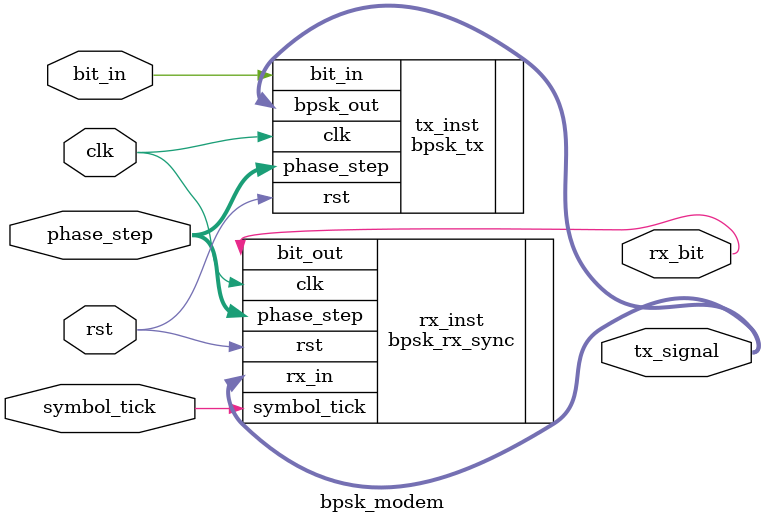
<source format=v>
module bpsk_modem (
    input  wire clk,
    input  wire rst,
    input  wire bit_in,
    input  wire symbol_tick,
    input  wire [31:0] phase_step,
    output wire rx_bit,
    output wire signed [15:0] tx_signal
);

bpsk_tx tx_inst (
    .clk(clk),
    .rst(rst),
    .bit_in(bit_in),
    .phase_step(phase_step),
    .bpsk_out(tx_signal)
);

bpsk_rx_sync rx_inst (
    .clk(clk),
    .rst(rst),
    .symbol_tick(symbol_tick),
    .rx_in(tx_signal),
    .phase_step(phase_step),
    .bit_out(rx_bit)
);

endmodule

</source>
